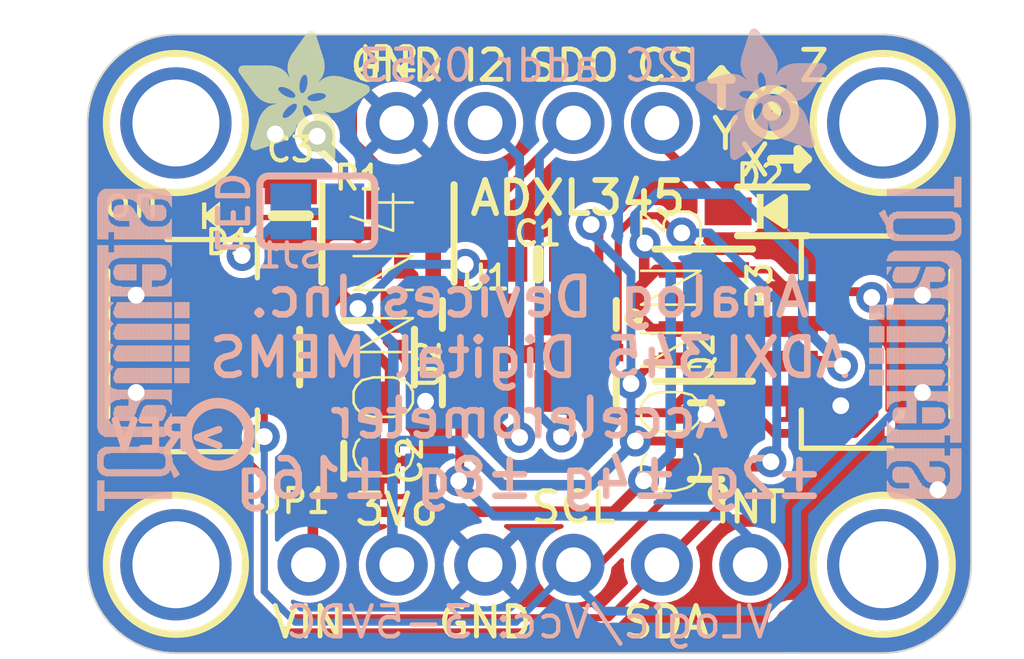
<source format=kicad_pcb>
(kicad_pcb (version 20211014) (generator pcbnew)
  (layers (0 "F.Cu" signal) (31 "B.Cu" signal) (34 "B.Paste" user) (35 "F.Paste" user) (36 "B.SilkS" user "B.Silkscreen") (37 "F.SilkS" user "F.Silkscreen") (38 "B.Mask" user) (39 "F.Mask" user) (44 "Edge.Cuts" user))
  (net 0 "")
  (net 1 "GND")
  (net 2 "SCL")
  (net 3 "SCL_3V")
  (net 4 "3.3V")
  (net 5 "VCC")
  (net 6 "N$1")
  (net 7 "CS_3V")
  (net 8 "INT1")
  (net 9 "INT2")
  (net 10 "SDA/SDIO_3V")
  (net 11 "SDO")
  (net 12 "CS")
  (net 13 "SDA/SDIO")
  (net 14 "N$2")
  (footprint "boardEagle:JST_SH4" (layer "F.Cu") (at 138.4681 105.0036 -90)
    (fp_text reference "CONN4")
    (fp_text value "STEMMA_I2C_QT" hide)
  )
  (footprint "boardEagle:CHIPLED_0603_NOOUTLINE" (layer "F.Cu") (at 139.3571 101.3206 90)
    (fp_text reference "D1")
    (fp_text value "GREEN")
  )
  (footprint "boardEagle:1X04_ROUND" (layer "F.Cu") (at 148.5011 98.6536)
    (fp_text reference "JP2")
    (fp_text value "")
  )
  (footprint "boardEagle:MOUNTINGHOLE_2.5_PLATED" (layer "F.Cu") (at 158.6611 111.3536)
    (fp_text reference "U$21" hide)
    (fp_text value "MOUNTINGHOLE2.5" hide)
  )
  (footprint "boardEagle:FIDUCIAL_1MM" (layer "F.Cu") (at 137.7696 105.0036)
    (fp_text reference "FID4" hide)
    (fp_text value "FIDUCIAL_1MM" hide)
  )
  (footprint "boardEagle:JST_SH4" (layer "F.Cu") (at 158.5341 105.0036 90)
    (fp_text reference "CONN3")
    (fp_text value "STEMMA_I2C_QT" hide)
  )
  (footprint "boardEagle:LGA14" (layer "F.Cu") (at 148.5011 105.2576)
    (fp_text reference "U1")
    (fp_text value "ADXL343")
  )
  (footprint "boardEagle:SOT23-5" (layer "F.Cu") (at 143.5481 105.3846)
    (fp_text reference "U2")
    (fp_text value "AP2112K-3.3")
  )
  (footprint "boardEagle:RESPACK_4X0603" (layer "F.Cu") (at 153.5176 104.1781 -90)
    (fp_text reference "R3")
    (fp_text value "10K")
  )
  (footprint "boardEagle:MOUNTINGHOLE_2.5_PLATED" (layer "F.Cu") (at 158.6611 98.6536)
    (fp_text reference "U$17" hide)
    (fp_text value "MOUNTINGHOLE2.5" hide)
  )
  (footprint "boardEagle:RESPACK_4X0603" (layer "F.Cu") (at 144.4371 101.8286)
    (fp_text reference "R1")
    (fp_text value "10K")
  )
  (footprint "boardEagle:SOT363" (layer "F.Cu") (at 153.5811 107.7976 90)
    (fp_text reference "Q2")
    (fp_text value "BSS138")
  )
  (footprint "boardEagle:ADAFRUIT_3.5MM" (layer "F.Cu") (at 140.1191 99.7966)
    (fp_text reference "U$4" hide)
    (fp_text value "" hide)
  )
  (footprint "boardEagle:_0805MP" (layer "F.Cu") (at 143.1671 108.3691)
    (fp_text reference "C2")
    (fp_text value "10uF")
  )
  (footprint "boardEagle:FIDUCIAL_1MM" (layer "F.Cu") (at 156.0576 113.0681)
    (fp_text reference "FID3" hide)
    (fp_text value "FIDUCIAL_1MM" hide)
  )
  (footprint "boardEagle:1X06_ROUND_70" (layer "F.Cu") (at 148.5011 111.3536)
    (fp_text reference "JP1")
    (fp_text value "")
  )
  (footprint "boardEagle:MOUNTINGHOLE_2.5_PLATED" (layer "F.Cu") (at 138.3411 98.6536)
    (fp_text reference "U$1" hide)
    (fp_text value "MOUNTINGHOLE2.5" hide)
  )
  (footprint "boardEagle:SOD-323" (layer "F.Cu") (at 155.4861 101.1936)
    (fp_text reference "D2")
    (fp_text value "1N4148")
  )
  (footprint "boardEagle:MOUNTINGHOLE_2.5_PLATED" (layer "F.Cu") (at 138.3411 111.3536)
    (fp_text reference "U$19" hide)
    (fp_text value "MOUNTINGHOLE2.5" hide)
  )
  (footprint "boardEagle:0805-NO" (layer "F.Cu") (at 141.6431 101.3206 90)
    (fp_text reference "C3")
    (fp_text value "10uF")
  )
  (footprint "boardEagle:0603-NO" (layer "F.Cu") (at 148.7551 102.7176)
    (fp_text reference "C1")
    (fp_text value "0.1uF")
  )
  (footprint "boardEagle:STEMMAQT" (layer "B.Cu") (at 158.2801 109.4486 90)
    (fp_text reference "U$30" hide)
    (fp_text value "" hide)
  )
  (footprint "boardEagle:PCBFEAT-REV-040" (layer "B.Cu") (at 139.5476 107.6071 180)
    (fp_text reference "U$25" hide)
    (fp_text value "" hide)
  )
  (footprint "boardEagle:STEMMAQT" (layer "B.Cu") (at 138.7221 100.5586 -90)
    (fp_text reference "U$31" hide)
    (fp_text value "" hide)
  )
  (footprint "boardEagle:SOLDERJUMPER_CLOSEDWIRE" (layer "B.Cu") (at 142.4051 101.1936)
    (fp_text reference "SJ1")
    (fp_text value "")
  )
  (footprint "boardEagle:ADAFRUIT_3.5MM" (layer "B.Cu") (at 157.0736 99.7331 180)
    (fp_text reference "U$11" hide)
    (fp_text value "" hide)
  )
  (gr_circle (center 155.4734 98.3107) (end 155.4988 98.3107) (layer "F.SilkS") (width 0.254) (fill none))
  (gr_line (start 156.2227 99.9744) (end 156.2227 99.949) (layer "F.SilkS") (width 0.254))
  (gr_line (start 154.0256 97.1169) (end 153.7462 97.3963) (layer "F.SilkS") (width 0.254))
  (gr_line (start 154.305 97.3963) (end 154.2796 97.3963) (layer "F.SilkS") (width 0.254))
  (gr_line (start 156.2227 99.949) (end 156.4767 99.695) (layer "F.SilkS") (width 0.254))
  (gr_line (start 156.2227 99.4156) (end 156.2227 99.949) (layer "F.SilkS") (width 0.254))
  (gr_line (start 154.0256 98.1583) (end 154.0256 97.1423) (layer "F.SilkS") (width 0.254))
  (gr_line (start 156.5021 99.695) (end 156.2227 99.4156) (layer "F.SilkS") (width 0.254))
  (gr_line (start 153.7462 97.3963) (end 154.2796 97.3963) (layer "F.SilkS") (width 0.254))
  (gr_line (start 155.4607 99.695) (end 156.4767 99.695) (layer "F.SilkS") (width 0.254))
  (gr_line (start 154.2796 97.3963) (end 154.0256 97.1423) (layer "F.SilkS") (width 0.254))
  (gr_line (start 154.0256 97.1423) (end 154.0256 97.1169) (layer "F.SilkS") (width 0.254))
  (gr_line (start 156.4767 99.695) (end 156.5021 99.695) (layer "F.SilkS") (width 0.254))
  (gr_circle (center 155.4734 98.3488) (end 156.1338 98.3488) (layer "F.SilkS") (width 0.254) (fill none))
  (gr_arc (start 158.6611 96.1136) (mid 160.457151 96.857549) (end 161.2011 98.6536) (layer "Edge.Cuts") (width 0.05))
  (gr_arc (start 135.8011 98.6536) (mid 136.545049 96.857549) (end 138.3411 96.1136) (layer "Edge.Cuts") (width 0.05))
  (gr_line (start 138.3411 113.8936) (end 158.6611 113.8936) (layer "Edge.Cuts") (width 0.05))
  (gr_arc (start 138.3411 113.8936) (mid 136.545049 113.149651) (end 135.8011 111.3536) (layer "Edge.Cuts") (width 0.05))
  (gr_arc (start 161.2011 111.3536) (mid 160.457151 113.149651) (end 158.6611 113.8936) (layer "Edge.Cuts") (width 0.05))
  (gr_line (start 135.8011 98.6536) (end 135.8011 111.3536) (layer "Edge.Cuts") (width 0.05))
  (gr_line (start 158.6611 96.1136) (end 138.3411 96.1136) (layer "Edge.Cuts") (width 0.05))
  (gr_line (start 161.2011 111.3536) (end 161.2011 98.6536) (layer "Edge.Cuts") (width 0.05))
  (gr_text "Analog Devices Inc.\nADXL345 Digital MEMS\nAccelerometer\n±2g ±4g ±8g ±16g" (at 148.5011 106.2736) (layer "B.SilkS") (effects (font (size 1.0795 1.0795) (thickness 0.1905)) (justify mirror)))
  (gr_text "I2C addr 0x53" (at 148.5011 97.0026) (layer "B.SilkS") (effects (font (size 0.89408 0.89408) (thickness 0.12192)) (justify mirror)))
  (gr_text "LED" (at 139.9286 101.2571 -90) (layer "B.SilkS") (effects (font (size 0.8636 0.8636) (thickness 0.1524)) (justify mirror)))
  (gr_text "VLogic/Vcc: 3-5VDC" (at 148.5011 113.0046) (layer "B.SilkS") (effects (font (size 0.89408 0.89408) (thickness 0.12192)) (justify mirror)))
  (gr_text "SCL" (at 149.7711 109.7026) (layer "F.SilkS") (effects (font (size 0.87376 0.87376) (thickness 0.14224))))
  (gr_text "SDA" (at 152.4381 113.0046) (layer "F.SilkS") (effects (font (size 0.87376 0.87376) (thickness 0.14224))))
  (gr_text "CS" (at 152.4381 97.0026) (layer "F.SilkS") (effects (font (size 0.87376 0.87376) (thickness 0.14224))))
  (gr_text "GND" (at 147.2311 113.0046) (layer "F.SilkS") (effects (font (size 0.87376 0.87376) (thickness 0.14224))))
  (gr_text "Z" (at 156.1719 97.5233) (layer "F.SilkS") (effects (font (size 0.87376 0.87376) (thickness 0.14224)) (justify left bottom)))
  (gr_text "SDO" (at 149.7711 97.0026) (layer "F.SilkS") (effects (font (size 0.87376 0.87376) (thickness 0.14224))))
  (gr_text "Y" (at 153.67 99.4791) (layer "F.SilkS") (effects (font (size 0.87376 0.87376) (thickness 0.14224)) (justify left bottom)))
  (gr_text "ADXL345" (at 149.8981 100.8126) (layer "F.SilkS") (effects (font (size 0.94996 0.94996) (thickness 0.16764))))
  (gr_text "GND" (at 144.6911 97.0026) (layer "F.SilkS") (effects (font (size 0.87376 0.87376) (thickness 0.14224))))
  (gr_text "X" (at 154.4701 100.2411) (layer "F.SilkS") (effects (font (size 0.87376 0.87376) (thickness 0.14224)) (justify left bottom)))
  (gr_text "3Vo" (at 144.6911 109.7661) (layer "F.SilkS") (effects (font (size 0.87376 0.87376) (thickness 0.14224))))
  (gr_text "I2" (at 147.2311 97.0026) (layer "F.SilkS") (effects (font (size 0.87376 0.87376) (thickness 0.14224))))
  (gr_text "INT" (at 154.8511 109.7026) (layer "F.SilkS") (effects (font (size 0.87376 0.87376) (thickness 0.14224))))
  (gr_text "on" (at 136.1821 101.4476) (layer "F.SilkS") (effects (font (size 0.89408 0.89408) (thickness 0.12192)) (justify left bottom)))
  (gr_text "VIN" (at 142.1511 113.0046) (layer "F.SilkS") (effects (font (size 0.87376 0.87376) (thickness 0.14224))))
  (segment (start 149.7011 104.804707) (end 149.6455 104.860307) (width 0.3048) (layer "F.Cu") (net 1))
  (segment (start 154.1526 106.2736) (end 155.1051 106.2736) (width 0.3048) (layer "F.Cu") (net 1))
  (segment (start 148.1836 105.1941) (end 148.1011 105.1116) (width 0.3048) (layer "F.Cu") (net 1))
  (segment (start 148.1011 105.1116) (end 148.1011 104.1576) (width 0.3048) (layer "F.Cu") (net 1))
  (segment (start 155.3351 106.5036) (end 156.0201 106.5036) (width 0.3048) (layer "F.Cu") (net 1))
  (segment (start 149.3901 105.1941) (end 148.1836 105.1941) (width 0.3048) (layer "F.Cu") (net 1))
  (segment (start 154.1526 106.2736) (end 153.5811 106.8451) (width 0.3048) (layer "F.Cu") (net 1))
  (segment (start 149.6455 104.9387) (end 149.3901 105.1941) (width 0.3048) (layer "F.Cu") (net 1))
  (segment (start 155.1051 106.2736) (end 155.3351 106.5036) (width 0.3048) (layer "F.Cu") (net 1))
  (segment (start 149.6455 104.860307) (end 149.6455 104.9387) (width 0.3048) (layer "F.Cu") (net 1))
  (segment (start 143.5481 106.6847) (end 143.6116 106.7482) (width 0.3048) (layer "F.Cu") (net 1))
  (segment (start 143.6116 106.7482) (end 143.6116 107.9881) (width 0.3048) (layer "F.Cu") (net 1))
  (segment (start 149.7011 104.1576) (end 149.7011 104.804707) (width 0.3048) (layer "F.Cu") (net 1))
  (segment (start 153.5811 107.0356) (end 153.5811 106.8451) (width 0.3048) (layer "F.Cu") (net 1))
  (segment (start 143.6116 107.9881) (end 143.9926 108.3691) (width 0.3048) (layer "F.Cu") (net 1))
  (segment (start 143.9926 108.3691) (end 144.1831 108.3691) (width 0.3048) (layer "F.Cu") (net 1))
  (via (at 160.2486 109.1946) (size 0.889) (drill 0.4826) (layers "F.Cu" "B.Cu") (net 1))
  (via (at 159.8041 106.4006) (size 0.889) (drill 0.4826) (layers "F.Cu" "B.Cu") (net 1))
  (via (at 153.5811 107.0356) (size 0.889) (drill 0.4826) (layers "F.Cu" "B.Cu") (net 1))
  (via (at 141.1986 98.9711) (size 0.889) (drill 0.4826) (layers "F.Cu" "B.Cu") (net 1))
  (via (at 137.1981 106.4006) (size 0.889) (drill 0.4826) (layers "F.Cu" "B.Cu") (net 1))
  (via (at 159.8041 103.6066) (size 0.889) (drill 0.4826) (layers "F.Cu" "B.Cu") (net 1))
  (via (at 157.4546 106.7816) (size 0.889) (drill 0.4826) (layers "F.Cu" "B.Cu") (net 1))
  (via (at 145.5166 106.6546) (size 0.889) (drill 0.4826) (layers "F.Cu" "B.Cu") (net 1))
  (via (at 137.1981 103.6066) (size 0.889) (drill 0.4826) (layers "F.Cu" "B.Cu") (net 1))
  (segment (start 152.6811 109.1826) (end 150.5101 111.3536) (width 0.2032) (layer "F.Cu") (net 2))
  (segment (start 156.0201 103.5036) (end 158.1771 103.5036) (width 0.254) (layer "F.Cu") (net 2))
  (segment (start 140.8811 106.6046) (end 140.9821 106.5036) (width 0.2032) (layer "F.Cu") (net 2))
  (segment (start 140.8811 107.6706) (end 140.8811 106.6046) (width 0.2032) (layer "F.Cu") (net 2))
  (segment (start 158.1771 103.5036) (end 158.3436 103.6701) (width 0.254) (layer "F.Cu") (net 2))
  (segment (start 156.0201 103.5036) (end 155.3946 102.8781) (width 0.2032) (layer "F.Cu") (net 2))
  (segment (start 150.5101 111.3536) (end 149.7711 111.3536) (width 0.2032) (layer "F.Cu") (net 2))
  (segment (start 155.3946 102.8781) (end 154.3676 102.8781) (width 0.2032) (layer "F.Cu") (net 2))
  (segment (start 152.6811 108.5476) (end 152.6811 109.1826) (width 0.2032) (layer "F.Cu") (net 2))
  (via (at 140.8811 107.6706) (size 0.889) (drill 0.4826) (layers "F.Cu" "B.Cu") (net 2))
  (via (at 158.3436 103.6701) (size 0.889) (drill 0.4826) (layers "F.Cu" "B.Cu") (net 2))
  (segment (start 156.1846 109.7661) (end 156.1846 111.7981) (width 0.254) (layer "B.Cu") (net 2))
  (segment (start 155.2956 112.6871) (end 150.5966 112.6871) (width 0.254) (layer "B.Cu") (net 2))
  (segment (start 149.7711 111.8616) (end 149.7711 111.3536) (width 0.254) (layer "B.Cu") (net 2))
  (segment (start 150.5966 112.6871) (end 149.7711 111.8616) (width 0.254) (layer "B.Cu") (net 2))
  (segment (start 158.3436 103.6701) (end 158.9786 104.3051) (width 0.254) (layer "B.Cu") (net 2))
  (segment (start 149.7711 111.3536) (end 148.1201 113.0046) (width 0.2032) (layer "B.Cu") (net 2))
  (segment (start 148.1201 113.0046) (end 141.7701 113.0046) (width 0.2032) (layer "B.Cu") (net 2))
  (segment (start 141.7701 113.0046) (end 140.8811 112.1156) (width 0.2032) (layer "B.Cu") (net 2))
  (segment (start 158.9786 106.9721) (end 156.1846 109.7661) (width 0.254) (layer "B.Cu") (net 2))
  (segment (start 140.8811 112.1156) (end 140.8811 107.6706) (width 0.2032) (layer "B.Cu") (net 2))
  (segment (start 156.1846 111.7981) (end 155.2956 112.6871) (width 0.254) (layer "B.Cu") (net 2))
  (segment (start 158.9786 104.3051) (end 158.9786 106.9721) (width 0.254) (layer "B.Cu") (net 2))
  (segment (start 153.8161 103.7781) (end 153.5176 103.4796) (width 0.2032) (layer "F.Cu") (net 3))
  (segment (start 152.8826 101.8149) (end 152.8826 101.8921) (width 0.2032) (layer "F.Cu") (net 3))
  (segment (start 151.0559 101.8138) (end 151.0559 105.2576) (width 0.2032) (layer "F.Cu") (net 3))
  (segment (start 151.5491 101.3206) (end 151.0559 101.8138) (width 0.2032) (layer "F.Cu") (net 3))
  (segment (start 153.5176 102.5271) (end 152.8826 101.8921) (width 0.2032) (layer "F.Cu") (net 3))
  (segment (start 151.0559 105.2576) (end 150.6011 105.2576) (width 0.2032) (layer "F.Cu") (net 3))
  (segment (start 152.8826 101.8149) (end 152.6921 101.8149) (width 0.2032) (layer "F.Cu") (net 3))
  (segment (start 152.6921 101.8149) (end 152.1978 101.3206) (width 0.2032) (layer "F.Cu") (net 3))
  (segment (start 152.1978 101.3206) (end 151.5491 101.3206) (width 0.2032) (layer "F.Cu") (net 3))
  (segment (start 154.3676 103.7781) (end 153.8161 103.7781) (width 0.2032) (layer "F.Cu") (net 3))
  (segment (start 155.291506 108.5476) (end 155.446303 108.392804) (width 0.254) (layer "F.Cu") (net 3))
  (segment (start 154.4811 108.5476) (end 155.291506 108.5476) (width 0.254) (layer "F.Cu") (net 3))
  (segment (start 153.5176 103.4796) (end 153.5176 102.5271) (width 0.2032) (layer "F.Cu") (net 3))
  (via (at 152.8826 101.8149) (size 0.889) (drill 0.4826) (layers "F.Cu" "B.Cu") (net 3))
  (via (at 155.446303 108.392804) (size 0.889) (drill 0.4826) (layers "F.Cu" "B.Cu") (net 3))
  (segment (start 155.6131 108.226007) (end 155.6131 103.7336) (width 0.254) (layer "B.Cu") (net 3))
  (segment (start 153.6944 101.8149) (end 152.8826 101.8149) (width 0.254) (layer "B.Cu") (net 3))
  (segment (start 155.446303 108.392804) (end 155.6131 108.226007) (width 0.254) (layer "B.Cu") (net 3))
  (segment (start 155.6131 103.7336) (end 153.6944 101.8149) (width 0.254) (layer "B.Cu") (net 3))
  (segment (start 154.1001 107.7976) (end 154.4811 107.7976) (width 0.254) (layer "F.Cu") (net 4))
  (segment (start 146.8891 102.7176) (end 147.9051 102.7176) (width 0.254) (layer "F.Cu") (net 4))
  (segment (start 143.1371 103.5493) (end 143.5754 103.9876) (width 0.254) (layer "F.Cu") (net 4))
  (segment (start 146.8891 102.7176) (end 146.5011 103.1056) (width 0.254) (layer "F.Cu") (net 4))
  (segment (start 143.1371 102.6786) (end 142.0511 102.6786) (width 0.254) (layer "F.Cu") (net 4))
  (segment (start 152.6811 107.7976) (end 152.9986 107.7976) (width 0.254) (layer "F.Cu") (net 4))
  (segment (start 153.9096 107.9881) (end 153.1891 107.9881) (width 0.254) (layer "F.Cu") (net 4))
  (segment (start 150.5011 104.1576) (end 150.5011 101.7966) (width 0.254) (layer "F.Cu") (net 4))
  (segment (start 147.9051 102.7176) (end 146.6596 102.7176) (width 0.254) (layer "F.Cu") (net 4))
  (segment (start 150.5011 101.7966) (end 150.2791 101.5746) (width 0.254) (layer "F.Cu") (net 4))
  (segment (start 153.5176 104.2226) (end 153.0731 103.7781) (width 0.3048) (layer "F.Cu") (net 4))
  (segment (start 153.1891 107.9881) (end 152.9986 107.7976) (width 0.254) (layer "F.Cu") (net 4))
  (segment (start 143.1371 102.6786) (end 143.1371 103.5455) (width 0.254) (layer "F.Cu") (net 4))
  (segment (start 151.5491 107.7976) (end 152.6811 107.7976) (width 0.254) (layer "F.Cu") (net 4))
  (segment (start 152.0906 105.4781) (end 151.4221 106.1466) (width 0.254) (layer "F.Cu") (net 4))
  (segment (start 142.5981 104.0845) (end 143.1371 103.5455) (width 0.254) (layer "F.Cu") (net 4))
  (segment (start 153.5176 105.2576) (end 153.2971 105.4781) (width 0.3048) (layer "F.Cu") (net 4))
  (segment (start 143.1371 103.5455) (end 143.1371 103.5493) (width 0.254) (layer "F.Cu") (net 4))
  (segment (start 152.6676 105.4781) (end 152.0906 105.4781) (width 0.254) (layer "F.Cu") (net 4))
  (segment (start 153.2971 105.4781) (end 152.6676 105.4781) (width 0.3048) (layer "F.Cu") (net 4))
  (segment (start 144.0371 102.6786) (end 143.1371 102.6786) (width 0.254) (layer "F.Cu") (net 4))
  (segment (start 154.1001 107.7976) (end 153.9096 107.9881) (width 0.254) (layer "F.Cu") (net 4))
  (segment (start 146.5011 104.1576) (end 146.5011 103.1056) (width 0.254) (layer "F.Cu") (net 4))
  (segment (start 153.5176 104.2226) (end 153.5176 105.2576) (width 0.3048) (layer "F.Cu") (net 4))
  (segment (start 152.6676 103.7781) (end 153.0731 103.7781) (width 0.3048) (layer "F.Cu") (net 4))
  (segment (start 142.0511 102.6786) (end 141.6431 102.2706) (width 0.254) (layer "F.Cu") (net 4))
  (via (at 151.4221 106.1466) (size 0.889) (drill 0.4826) (layers "F.Cu" "B.Cu") (net 4))
  (via (at 151.5491 107.7976) (size 0.889) (drill 0.4826) (layers "F.Cu" "B.Cu") (net 4))
  (via (at 150.2791 101.5746) (size 0.889) (drill 0.4826) (layers "F.Cu" "B.Cu") (net 4))
  (via (at 143.5754 103.9876) (size 0.889) (drill 0.4826) (layers "F.Cu" "B.Cu") (net 4))
  (via (at 146.6596 102.7176) (size 0.889) (drill 0.4826) (layers "F.Cu" "B.Cu") (net 4))
  (segment (start 143.5754 103.9876) (end 144.8454 102.7176) (width 0.254) (layer "B.Cu") (net 4))
  (segment (start 150.2791 101.5746) (end 150.2791 101.8286) (width 0.254) (layer "B.Cu") (net 4))
  (segment (start 151.4221 102.9716) (end 151.4221 106.1466) (width 0.254) (layer "B.Cu") (net 4))
  (segment (start 151.5491 107.7976) (end 150.2791 109.0676) (width 0.3048) (layer "B.Cu") (net 4))
  (segment (start 151.4221 106.1466) (end 151.4221 107.6706) (width 0.254) (layer "B.Cu") (net 4))
  (segment (start 150.2791 109.0676) (end 147.7391 109.0676) (width 0.3048) (layer "B.Cu") (net 4))
  (segment (start 145.3261 107.7976) (end 144.5641 107.7976) (width 0.254) (layer "B.Cu") (net 4))
  (segment (start 144.8454 102.7176) (end 146.6596 102.7176) (width 0.254) (layer "B.Cu") (net 4))
  (segment (start 147.7391 109.0676) (end 146.4691 107.7976) (width 0.3048) (layer "B.Cu") (net 4))
  (segment (start 151.5491 107.7976) (end 151.4221 107.6706) (width 0.254) (layer "B.Cu") (net 4))
  (segment (start 145.3261 107.7976) (end 144.5914 107.7976) (width 0.3048) (layer "B.Cu") (net 4))
  (segment (start 144.5641 107.7976) (end 144.5641 111.2266) (width 0.3048) (layer "B.Cu") (net 4))
  (segment (start 144.5914 105.0036) (end 143.5754 103.9876) (width 0.3048) (layer "B.Cu") (net 4))
  (segment (start 144.5641 111.2266) (end 144.6911 111.3536) (width 0.3048) (layer "B.Cu") (net 4))
  (segment (start 151.4221 102.9716) (end 150.2791 101.8286) (width 0.254) (layer "B.Cu") (net 4))
  (segment (start 146.4691 107.7976) (end 145.3261 107.7976) (width 0.3048) (layer "B.Cu") (net 4))
  (segment (start 144.5914 105.0036) (end 144.5914 107.7976) (width 0.3048) (layer "B.Cu") (net 4))
  (segment (start 151.824937 102.104438) (end 151.8031 102.126275) (width 0.3048) (layer "F.Cu") (net 5))
  (segment (start 144.0561 105.2576) (end 142.6591 105.2576) (width 0.3048) (layer "F.Cu") (net 5))
  (segment (start 151.7834 108.9603) (end 151.7834 108.9406) (width 0.3048) (layer "F.Cu") (net 5))
  (segment (start 152.1506 102.8781) (end 151.8031 103.2256) (width 0.3048) (layer "F.Cu") (net 5))
  (segment (start 152.1506 102.8781) (end 152.6676 102.8781) (width 0.3048) (layer "F.Cu") (net 5))
  (segment (start 141.575806 104.5036) (end 140.9821 104.5036) (width 0.3048) (layer "F.Cu") (net 5))
  (segment (start 142.2781 109.8296) (end 150.9141 109.8296) (width 0.3048) (layer "F.Cu") (net 5))
  (segment (start 142.5981 107.9221) (end 142.5981 106.6847) (width 0.3048) (layer "F.Cu") (net 5))
  (segment (start 144.4981 105.6996) (end 144.0561 105.2576) (width 0.3048) (layer "F.Cu") (net 5))
  (segment (start 142.5981 105.3186) (end 142.6591 105.2576) (width 0.3048) (layer "F.Cu") (net 5))
  (segment (start 151.8031 103.2256) (end 151.6761 103.3526) (width 0.3048) (layer "F.Cu") (net 5))
  (segment (start 142.329806 105.2576) (end 141.575806 104.5036) (width 0.3048) (layer "F.Cu") (net 5))
  (segment (start 142.2781 109.8296) (end 142.2781 111.2266) (width 0.3048) (layer "F.Cu") (net 5))
  (segment (start 142.2781 111.2266) (end 142.1511 111.3536) (width 0.3048) (layer "F.Cu") (net 5))
  (segment (start 142.5981 106.6847) (end 142.5981 105.3186) (width 0.3048) (layer "F.Cu") (net 5))
  (segment (start 150.9141 109.8296) (end 151.7834 108.9603) (width 0.3048) (layer "F.Cu") (net 5))
  (segment (start 151.6761 104.2416) (end 151.6761 103.3526) (width 0.3048) (layer "F.Cu") (net 5))
  (segment (start 152.6676 104.5781) (end 152.0126 104.5781) (width 0.3048) (layer "F.Cu") (net 5))
  (segment (start 157.3704 105.5036) (end 157.5054 105.6386) (width 0.3048) (layer "F.Cu") (net 5))
  (segment (start 152.0126 104.5781) (end 151.6761 104.2416) (width 0.3048) (layer "F.Cu") (net 5))
  (segment (start 156.0201 105.5036) (end 157.3704 105.5036) (width 0.3048) (layer "F.Cu") (net 5))
  (segment (start 151.8031 102.126275) (end 151.8031 103.2256) (width 0.3048) (layer "F.Cu") (net 5))
  (segment (start 142.1511 109.8296) (end 142.2781 109.8296) (width 0.3048) (layer "F.Cu") (net 5))
  (segment (start 142.1511 108.3691) (end 142.5981 107.9221) (width 0.3048) (layer "F.Cu") (net 5))
  (segment (start 142.6591 105.2576) (end 142.329806 105.2576) (width 0.3048) (layer "F.Cu") (net 5))
  (segment (start 142.1511 108.3691) (end 142.1511 109.8296) (width 0.3048) (layer "F.Cu") (net 5))
  (segment (start 144.4981 106.6847) (end 144.4981 105.6996) (width 0.3048) (layer "F.Cu") (net 5))
  (via (at 157.5054 105.6386) (size 0.889) (drill 0.4826) (layers "F.Cu" "B.Cu") (net 5))
  (via (at 151.7834 108.9406) (size 0.889) (drill 0.4826) (layers "F.Cu" "B.Cu") (net 5))
  (via (at 151.824937 102.104438) (size 0.889) (drill 0.4826) (layers "F.Cu" "B.Cu") (net 5))
  (segment (start 156.3751 102.6541) (end 156.3751 104.5083) (width 0.3048) (layer "B.Cu") (net 5))
  (segment (start 152.1841 100.6856) (end 154.4066 100.6856) (width 0.3048) (layer "B.Cu") (net 5))
  (segment (start 151.7834 108.9406) (end 152.5651 108.1589) (width 0.3048) (layer "B.Cu") (net 5))
  (segment (start 151.5491 101.7651) (end 151.5491 101.3206) (width 0.3048) (layer "B.Cu") (net 5))
  (segment (start 154.4066 100.6856) (end 156.3751 102.6541) (width 0.3048) (layer "B.Cu") (net 5))
  (segment (start 152.5651 102.8446) (end 151.824937 102.104438) (width 0.3048) (layer "B.Cu") (net 5))
  (segment (start 151.824937 102.040938) (end 151.5491 101.7651) (width 0.3048) (layer "B.Cu") (net 5))
  (segment (start 151.824937 102.104438) (end 151.824937 102.040938) (width 0.3048) (layer "B.Cu") (net 5))
  (segment (start 156.3751 104.5083) (end 157.5054 105.6386) (width 0.3048) (layer "B.Cu") (net 5))
  (segment (start 151.5491 101.3206) (end 152.1841 100.6856) (width 0.3048) (layer "B.Cu") (net 5))
  (segment (start 152.5651 108.1589) (end 152.5651 102.8446) (width 0.3048) (layer "B.Cu") (net 5))
  (segment (start 143.1371 99.7666) (end 142.4051 99.0346) (width 0.254) (layer "F.Cu") (net 6))
  (segment (start 143.1371 100.9786) (end 143.1371 99.7666) (width 0.254) (layer "F.Cu") (net 6))
  (via (at 142.4051 99.0346) (size 0.889) (drill 0.4826) (layers "F.Cu" "B.Cu") (net 6))
  (segment (start 143.1671 99.7966) (end 143.1671 101.1936) (width 0.254) (layer "B.Cu") (net 6))
  (segment (start 142.4051 99.0346) (end 143.1671 99.7966) (width 0.254) (layer "B.Cu") (net 6))
  (segment (start 145.1819 103.265375) (end 145.1819 103.0234) (width 0.254) (layer "F.Cu") (net 7))
  (segment (start 156.7561 100.5586) (end 156.7561 101.1936) (width 0.254) (layer "F.Cu") (net 7))
  (segment (start 145.1991 104.3686) (end 145.1991 103.282575) (width 0.254) (layer "F.Cu") (net 7))
  (segment (start 146.0881 105.2576) (end 145.1991 104.3686) (width 0.254) (layer "F.Cu") (net 7))
  (segment (start 143.4211 99.1616) (end 143.4211 97.3836) (width 0.254) (layer "F.Cu") (net 7))
  (segment (start 143.9291 96.8756) (end 153.0731 96.8756) (width 0.254) (layer "F.Cu") (net 7))
  (segment (start 143.4211 97.3836) (end 143.9291 96.8756) (width 0.254) (layer "F.Cu") (net 7))
  (segment (start 144.8371 102.6786) (end 144.8371 100.9786) (width 0.254) (layer "F.Cu") (net 7))
  (segment (start 144.0371 100.9786) (end 144.0371 99.7776) (width 0.254) (layer "F.Cu") (net 7))
  (segment (start 145.1991 103.282575) (end 145.1819 103.265375) (width 0.254) (layer "F.Cu") (net 7))
  (segment (start 153.0731 96.8756) (end 156.7561 100.5586) (width 0.254) (layer "F.Cu") (net 7))
  (segment (start 146.4011 105.2576) (end 146.0881 105.2576) (width 0.254) (layer "F.Cu") (net 7))
  (segment (start 144.8371 100.9786) (end 144.0371 100.9786) (width 0.254) (layer "F.Cu") (net 7))
  (segment (start 144.0371 99.7776) (end 143.4211 99.1616) (width 0.254) (layer "F.Cu") (net 7))
  (segment (start 145.1819 103.0234) (end 144.8371 102.6786) (width 0.254) (layer "F.Cu") (net 7))
  (segment (start 146.5011 108.9086) (end 146.4691 108.9406) (width 0.254) (layer "F.Cu") (net 8))
  (segment (start 146.5011 106.3576) (end 146.5011 108.9086) (width 0.254) (layer "F.Cu") (net 8))
  (via (at 146.4691 108.9406) (size 0.889) (drill 0.4826) (layers "F.Cu" "B.Cu") (net 8))
  (segment (start 147.4851 109.9566) (end 146.4691 108.9406) (width 0.254) (layer "B.Cu") (net 8))
  (segment (start 154.2161 109.9566) (end 147.4851 109.9566) (width 0.254) (layer "B.Cu") (net 8))
  (segment (start 154.2161 109.9566) (end 154.8511 110.5916) (width 0.254) (layer "B.Cu") (net 8))
  (segment (start 154.8511 110.5916) (end 154.8511 111.3536) (width 0.254) (layer "B.Cu") (net 8))
  (segment (start 147.3011 106.3576) (end 147.3011 107.026007) (width 0.254) (layer "F.Cu") (net 9))
  (segment (start 148.223396 107.694304) (end 147.969396 107.694304) (width 0.254) (layer "F.Cu") (net 9))
  (segment (start 147.969396 107.694304) (end 147.3011 107.026007) (width 0.254) (layer "F.Cu") (net 9))
  (via (at 148.223396 107.694304) (size 0.889) (drill 0.4826) (layers "F.Cu" "B.Cu") (net 9))
  (segment (start 148.223396 99.645897) (end 147.2311 98.6536) (width 0.254) (layer "B.Cu") (net 9))
  (segment (start 148.223396 99.645897) (end 148.223396 107.694304) (width 0.254) (layer "B.Cu") (net 9))
  (segment (start 150.9896 106.9841) (end 150.5011 106.4956) (width 0.254) (layer "F.Cu") (net 10))
  (segment (start 152.6811 107.0476) (end 152.6176 106.9841) (width 0.254) (layer "F.Cu") (net 10))
  (segment (start 152.6811 107.0476) (end 152.6811 106.7926) (width 0.254) (layer "F.Cu") (net 10))
  (segment (start 153.9956 105.4781) (end 154.3676 105.4781) (width 0.254) (layer "F.Cu") (net 10))
  (segment (start 152.6811 106.7926) (end 153.9956 105.4781) (width 0.254) (layer "F.Cu") (net 10))
  (segment (start 152.6176 106.9841) (end 150.9896 106.9841) (width 0.254) (layer "F.Cu") (net 10))
  (segment (start 150.5011 106.4956) (end 150.5011 106.3576) (width 0.254) (layer "F.Cu") (net 10))
  (segment (start 149.7011 107.407007) (end 149.426506 107.6816) (width 0.254) (layer "F.Cu") (net 11))
  (segment (start 147.8661 100.5586) (end 149.7711 98.6536) (width 0.254) (layer "F.Cu") (net 11))
  (segment (start 149.7011 106.3576) (end 149.7011 107.407007) (width 0.254) (layer "F.Cu") (net 11))
  (segment (start 145.7371 100.9786) (end 146.1571 100.5586) (width 0.254) (layer "F.Cu") (net 11))
  (segment (start 146.1571 100.5586) (end 147.8661 100.5586) (width 0.254) (layer "F.Cu") (net 11))
  (via (at 149.426506 107.6816) (size 0.889) (drill 0.4826) (layers "F.Cu" "B.Cu") (net 11))
  (segment (start 148.791506 99.633194) (end 149.7711 98.6536) (width 0.254) (layer "B.Cu") (net 11))
  (segment (start 148.791506 99.633194) (end 148.791506 107.0466) (width 0.254) (layer "B.Cu") (net 11))
  (segment (start 149.426506 107.6816) (end 148.791506 107.0466) (width 0.254) (layer "B.Cu") (net 11))
  (segment (start 154.2161 101.1936) (end 152.3111 99.2886) (width 0.254) (layer "F.Cu") (net 12))
  (segment (start 152.3111 99.2886) (end 152.3111 98.6536) (width 0.254) (layer "F.Cu") (net 12))
  (segment (start 158.4071 105.2576) (end 157.6531 104.5036) (width 0.254) (layer "F.Cu") (net 13))
  (segment (start 154.0891 109.5756) (end 152.3111 111.3536) (width 0.254) (layer "F.Cu") (net 13))
  (segment (start 140.8811 112.1156) (end 141.6431 112.8776) (width 0.2032) (layer "F.Cu") (net 13))
  (segment (start 154.3676 104.5781) (end 154.4421 104.5036) (width 0.2032) (layer "F.Cu") (net 13))
  (segment (start 155.3591 109.5756) (end 154.0891 109.5756) (width 0.254) (layer "F.Cu") (net 13))
  (segment (start 154.4421 104.5036) (end 156.0201 104.5036) (width 0.2032) (layer "F.Cu") (net 13))
  (segment (start 158.4071 107.0356) (end 158.4071 105.2576) (width 0.254) (layer "F.Cu") (net 13))
  (segment (start 157.8644 107.5783) (end 158.4071 107.0356) (width 0.254) (layer "F.Cu") (net 13))
  (segment (start 157.6531 104.5036) (end 156.0201 104.5036) (width 0.254) (layer "F.Cu") (net 13))
  (segment (start 155.552825 107.5783) (end 156.2481 107.5783) (width 0.254) (layer "F.Cu") (net 13))
  (segment (start 140.1271 105.5036) (end 139.7381 105.8926) (width 0.2032) (layer "F.Cu") (net 13))
  (segment (start 139.7381 107.714275) (end 140.8811 108.857275) (width 0.2032) (layer "F.Cu") (net 13))
  (segment (start 155.022125 107.0476) (end 155.552825 107.5783) (width 0.254) (layer "F.Cu") (net 13))
  (segment (start 156.2481 107.5783) (end 157.8644 107.5783) (width 0.254) (layer "F.Cu") (net 13))
  (segment (start 154.4811 107.0476) (end 155.022125 107.0476) (width 0.254) (layer "F.Cu") (net 13))
  (segment (start 139.7381 105.8926) (end 139.7381 107.714275) (width 0.2032) (layer "F.Cu") (net 13))
  (segment (start 150.7871 112.8776) (end 152.3111 111.3536) (width 0.2032) (layer "F.Cu") (net 13))
  (segment (start 156.2481 108.6866) (end 155.3591 109.5756) (width 0.254) (layer "F.Cu") (net 13))
  (segment (start 156.2481 107.5783) (end 156.2481 108.6866) (width 0.254) (layer "F.Cu") (net 13))
  (segment (start 141.6431 112.8776) (end 150.7871 112.8776) (width 0.2032) (layer "F.Cu") (net 13))
  (segment (start 140.9821 105.5036) (end 140.1271 105.5036) (width 0.2032) (layer "F.Cu") (net 13))
  (segment (start 140.8811 108.857275) (end 140.8811 112.1156) (width 0.2032) (layer "F.Cu") (net 13))
  (segment (start 140.1071 102.3253) (end 140.2454 102.4636) (width 0.254) (layer "F.Cu") (net 14))
  (segment (start 140.1071 101.3206) (end 140.1071 102.3253) (width 0.254) (layer "F.Cu") (net 14))
  (via (at 140.2454 102.4636) (size 0.889) (drill 0.4826) (layers "F.Cu" "B.Cu") (net 14))
  (segment (start 140.2454 102.4636) (end 141.5154 101.1936) (width 0.254) (layer "B.Cu") (net 14))
  (segment (start 141.5154 101.1936) (end 141.6431 101.1936) (width 0.254) (layer "B.Cu") (net 14))
  (zone (net 1) (net_name "GND") (layer "F.Cu") (priority 6) (connect_pads (clearance 0.000001)) (min_thickness 0.127) (fill yes (thermal_gap 0.304) (thermal_bridge_width 0.304))
    (polygon (pts (xy 161.3281 114.0206) (xy 135.6741 114.0206) (xy 135.6741 95.9866) (xy 161.3281 95.9866)))
  )
  (zone (net 1) (net_name "GND") (layer "B.Cu") (priority 6) (connect_pads (clearance 0.000001)) (min_thickness 0.127) (fill yes (thermal_gap 0.304) (thermal_bridge_width 0.304))
    (polygon (pts (xy 161.3281 114.0206) (xy 135.6741 114.0206) (xy 135.6741 95.9866) (xy 161.3281 95.9866)))
  )
)
</source>
